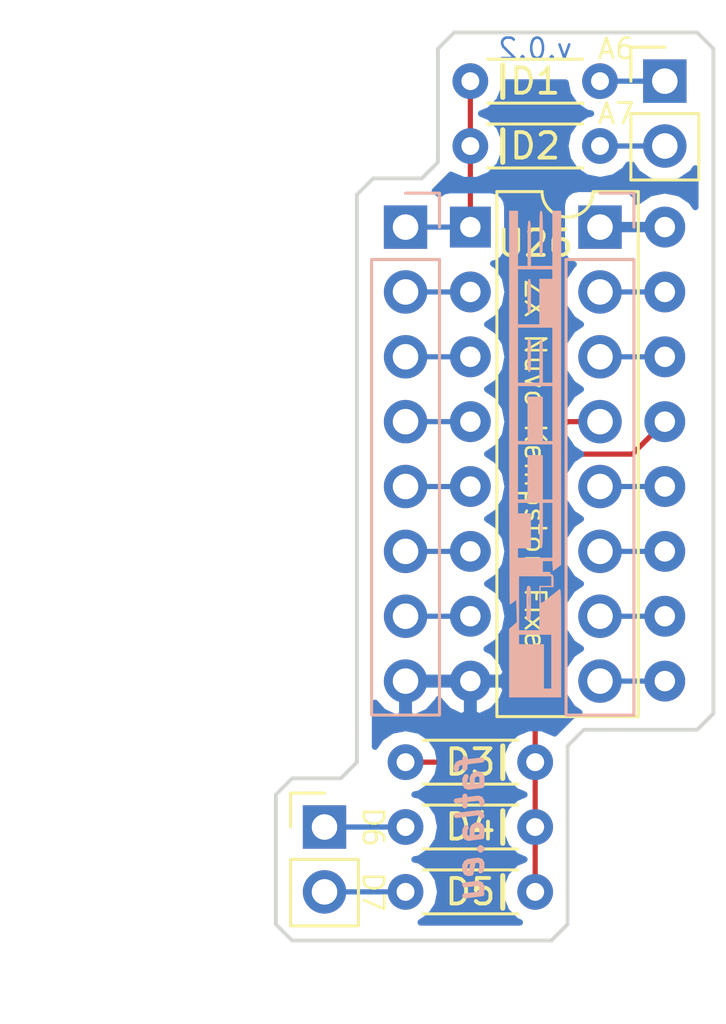
<source format=kicad_pcb>
(kicad_pcb (version 4) (host pcbnew 4.0.6)

  (general
    (links 25)
    (no_connects 0)
    (area 116.939287 79.886799 144.736534 120.810001)
    (thickness 1.6)
    (drawings 36)
    (tracks 35)
    (zones 0)
    (modules 11)
    (nets 22)
  )

  (page A4)
  (title_block
    (title "ZX Nuvo Kempston Fixer")
    (date 2017-06-14)
    (rev 0.2)
    (company fatla.eu)
    (comment 4 "Add-on board for Kepmston decoging fix")
  )

  (layers
    (0 F.Cu signal)
    (31 B.Cu signal)
    (32 B.Adhes user)
    (33 F.Adhes user)
    (34 B.Paste user)
    (35 F.Paste user)
    (36 B.SilkS user)
    (37 F.SilkS user)
    (38 B.Mask user)
    (39 F.Mask user)
    (40 Dwgs.User user)
    (41 Cmts.User user)
    (42 Eco1.User user)
    (43 Eco2.User user)
    (44 Edge.Cuts user)
    (45 Margin user)
    (46 B.CrtYd user)
    (47 F.CrtYd user)
    (48 B.Fab user)
    (49 F.Fab user)
  )

  (setup
    (last_trace_width 0.2032)
    (trace_clearance 0.2032)
    (zone_clearance 0.508)
    (zone_45_only no)
    (trace_min 0.2032)
    (segment_width 0.2)
    (edge_width 0.15)
    (via_size 0.6096)
    (via_drill 0.4064)
    (via_min_size 0.4064)
    (via_min_drill 0.3048)
    (uvia_size 0.3)
    (uvia_drill 0.1)
    (uvias_allowed no)
    (uvia_min_size 0.2)
    (uvia_min_drill 0.1)
    (pcb_text_width 0.3)
    (pcb_text_size 1.5 1.5)
    (mod_edge_width 0.15)
    (mod_text_size 1 1)
    (mod_text_width 0.15)
    (pad_size 1.524 1.524)
    (pad_drill 0.762)
    (pad_to_mask_clearance 0.2)
    (aux_axis_origin 0 0)
    (visible_elements FFFFFF7F)
    (pcbplotparams
      (layerselection 0x010f0_80000001)
      (usegerberextensions false)
      (excludeedgelayer true)
      (linewidth 0.100000)
      (plotframeref false)
      (viasonmask false)
      (mode 1)
      (useauxorigin false)
      (hpglpennumber 1)
      (hpglpenspeed 20)
      (hpglpendiameter 15)
      (hpglpenoverlay 2)
      (psnegative false)
      (psa4output false)
      (plotreference true)
      (plotvalue true)
      (plotinvisibletext false)
      (padsonsilk false)
      (subtractmaskfromsilk false)
      (outputformat 1)
      (mirror false)
      (drillshape 0)
      (scaleselection 1)
      (outputdirectory ""))
  )

  (net 0 "")
  (net 1 /A5RD)
  (net 2 /A6)
  (net 3 /A7)
  (net 4 "Net-(D3-Pad1)")
  (net 5 /D5)
  (net 6 /D6)
  (net 7 /D7)
  (net 8 /S0)
  (net 9 /D0)
  (net 10 /S1)
  (net 11 /D1)
  (net 12 /S2)
  (net 13 /D2)
  (net 14 GND)
  (net 15 VCC)
  (net 16 /~IORQ~)
  (net 17 /S4)
  (net 18 /D4)
  (net 19 /S3)
  (net 20 /D3)
  (net 21 /V)

  (net_class Default "This is the default net class."
    (clearance 0.2032)
    (trace_width 0.2032)
    (via_dia 0.6096)
    (via_drill 0.4064)
    (uvia_dia 0.3)
    (uvia_drill 0.1)
    (add_net /A5RD)
    (add_net /A6)
    (add_net /A7)
    (add_net /D0)
    (add_net /D1)
    (add_net /D2)
    (add_net /D3)
    (add_net /D4)
    (add_net /D5)
    (add_net /D6)
    (add_net /D7)
    (add_net /S0)
    (add_net /S1)
    (add_net /S2)
    (add_net /S3)
    (add_net /S4)
    (add_net /V)
    (add_net /~IORQ~)
    (add_net "Net-(D3-Pad1)")
  )

  (net_class PWR ""
    (clearance 0.2032)
    (trace_width 0.4064)
    (via_dia 0.6096)
    (via_drill 0.4064)
    (uvia_dia 0.3)
    (uvia_drill 0.1)
    (add_net GND)
    (add_net VCC)
  )

  (module Housings_DIP:DIP-16_W7.62mm (layer F.Cu) (tedit 5940DDF8) (tstamp 59405E10)
    (at 134.62 87.63)
    (descr "16-lead dip package, row spacing 7.62 mm (300 mils)")
    (tags "DIL DIP PDIP 2.54mm 7.62mm 300mil")
    (path /5940572C)
    (fp_text reference U26 (at 2.54 0.635) (layer F.SilkS)
      (effects (font (size 1 1) (thickness 0.15)))
    )
    (fp_text value 74HC366 (at 3.81 20.17) (layer F.Fab)
      (effects (font (size 1 1) (thickness 0.15)))
    )
    (fp_text user %R (at 3.81 8.89) (layer F.Fab)
      (effects (font (size 1 1) (thickness 0.15)))
    )
    (fp_line (start 1.635 -1.27) (end 6.985 -1.27) (layer F.Fab) (width 0.1))
    (fp_line (start 6.985 -1.27) (end 6.985 19.05) (layer F.Fab) (width 0.1))
    (fp_line (start 6.985 19.05) (end 0.635 19.05) (layer F.Fab) (width 0.1))
    (fp_line (start 0.635 19.05) (end 0.635 -0.27) (layer F.Fab) (width 0.1))
    (fp_line (start 0.635 -0.27) (end 1.635 -1.27) (layer F.Fab) (width 0.1))
    (fp_line (start 2.81 -1.39) (end 1.04 -1.39) (layer F.SilkS) (width 0.12))
    (fp_line (start 1.04 -1.39) (end 1.04 19.17) (layer F.SilkS) (width 0.12))
    (fp_line (start 1.04 19.17) (end 6.58 19.17) (layer F.SilkS) (width 0.12))
    (fp_line (start 6.58 19.17) (end 6.58 -1.39) (layer F.SilkS) (width 0.12))
    (fp_line (start 6.58 -1.39) (end 4.81 -1.39) (layer F.SilkS) (width 0.12))
    (fp_line (start -1.1 -1.6) (end -1.1 19.3) (layer F.CrtYd) (width 0.05))
    (fp_line (start -1.1 19.3) (end 8.7 19.3) (layer F.CrtYd) (width 0.05))
    (fp_line (start 8.7 19.3) (end 8.7 -1.6) (layer F.CrtYd) (width 0.05))
    (fp_line (start 8.7 -1.6) (end -1.1 -1.6) (layer F.CrtYd) (width 0.05))
    (fp_arc (start 3.81 -1.39) (end 2.81 -1.39) (angle -180) (layer F.SilkS) (width 0.12))
    (pad 1 thru_hole rect (at 0 0) (size 1.6 1.6) (drill 0.8) (layers *.Cu *.Mask)
      (net 1 /A5RD))
    (pad 9 thru_hole oval (at 7.62 17.78) (size 1.6 1.6) (drill 0.8) (layers *.Cu *.Mask)
      (net 20 /D3))
    (pad 2 thru_hole oval (at 0 2.54) (size 1.6 1.6) (drill 0.8) (layers *.Cu *.Mask)
      (net 8 /S0))
    (pad 10 thru_hole oval (at 7.62 15.24) (size 1.6 1.6) (drill 0.8) (layers *.Cu *.Mask)
      (net 19 /S3))
    (pad 3 thru_hole oval (at 0 5.08) (size 1.6 1.6) (drill 0.8) (layers *.Cu *.Mask)
      (net 9 /D0))
    (pad 11 thru_hole oval (at 7.62 12.7) (size 1.6 1.6) (drill 0.8) (layers *.Cu *.Mask)
      (net 18 /D4))
    (pad 4 thru_hole oval (at 0 7.62) (size 1.6 1.6) (drill 0.8) (layers *.Cu *.Mask)
      (net 10 /S1))
    (pad 12 thru_hole oval (at 7.62 10.16) (size 1.6 1.6) (drill 0.8) (layers *.Cu *.Mask)
      (net 17 /S4))
    (pad 5 thru_hole oval (at 0 10.16) (size 1.6 1.6) (drill 0.8) (layers *.Cu *.Mask)
      (net 11 /D1))
    (pad 13 thru_hole oval (at 7.62 7.62) (size 1.6 1.6) (drill 0.8) (layers *.Cu *.Mask)
      (net 4 "Net-(D3-Pad1)"))
    (pad 6 thru_hole oval (at 0 12.7) (size 1.6 1.6) (drill 0.8) (layers *.Cu *.Mask)
      (net 12 /S2))
    (pad 14 thru_hole oval (at 7.62 5.08) (size 1.6 1.6) (drill 0.8) (layers *.Cu *.Mask)
      (net 21 /V))
    (pad 7 thru_hole oval (at 0 15.24) (size 1.6 1.6) (drill 0.8) (layers *.Cu *.Mask)
      (net 13 /D2))
    (pad 15 thru_hole oval (at 7.62 2.54) (size 1.6 1.6) (drill 0.8) (layers *.Cu *.Mask)
      (net 16 /~IORQ~))
    (pad 8 thru_hole oval (at 0 17.78) (size 1.6 1.6) (drill 0.8) (layers *.Cu *.Mask)
      (net 14 GND))
    (pad 16 thru_hole oval (at 7.62 0) (size 1.6 1.6) (drill 0.8) (layers *.Cu *.Mask)
      (net 15 VCC))
    (model Housings_DIP.3dshapes/DIP-16_W7.62mm.wrl
      (at (xyz 0 0 0))
      (scale (xyz 1 1 1))
      (rotate (xyz 0 0 0))
    )
  )

  (module Pin_Headers:Pin_Header_Straight_1x08_Pitch2.54mm (layer B.Cu) (tedit 5940E842) (tstamp 59405DE4)
    (at 132.08 87.63 180)
    (descr "Through hole straight pin header, 1x08, 2.54mm pitch, single row")
    (tags "Through hole pin header THT 1x08 2.54mm single row")
    (path /594059F9)
    (fp_text reference J1 (at 0 2.33 180) (layer B.SilkS) hide
      (effects (font (size 1 1) (thickness 0.15)) (justify mirror))
    )
    (fp_text value CONN_01X08 (at 0 -20.11 180) (layer B.Fab)
      (effects (font (size 1 1) (thickness 0.15)) (justify mirror))
    )
    (fp_line (start -1.27 1.27) (end -1.27 -19.05) (layer B.Fab) (width 0.1))
    (fp_line (start -1.27 -19.05) (end 1.27 -19.05) (layer B.Fab) (width 0.1))
    (fp_line (start 1.27 -19.05) (end 1.27 1.27) (layer B.Fab) (width 0.1))
    (fp_line (start 1.27 1.27) (end -1.27 1.27) (layer B.Fab) (width 0.1))
    (fp_line (start -1.33 -1.27) (end -1.33 -19.11) (layer B.SilkS) (width 0.12))
    (fp_line (start -1.33 -19.11) (end 1.33 -19.11) (layer B.SilkS) (width 0.12))
    (fp_line (start 1.33 -19.11) (end 1.33 -1.27) (layer B.SilkS) (width 0.12))
    (fp_line (start 1.33 -1.27) (end -1.33 -1.27) (layer B.SilkS) (width 0.12))
    (fp_line (start -1.33 0) (end -1.33 1.33) (layer B.SilkS) (width 0.12))
    (fp_line (start -1.33 1.33) (end 0 1.33) (layer B.SilkS) (width 0.12))
    (fp_line (start -1.8 1.8) (end -1.8 -19.55) (layer B.CrtYd) (width 0.05))
    (fp_line (start -1.8 -19.55) (end 1.8 -19.55) (layer B.CrtYd) (width 0.05))
    (fp_line (start 1.8 -19.55) (end 1.8 1.8) (layer B.CrtYd) (width 0.05))
    (fp_line (start 1.8 1.8) (end -1.8 1.8) (layer B.CrtYd) (width 0.05))
    (fp_text user %R (at 0 2.33 180) (layer B.Fab)
      (effects (font (size 1 1) (thickness 0.15)) (justify mirror))
    )
    (pad 1 thru_hole rect (at 0 0 180) (size 1.7 1.7) (drill 1) (layers *.Cu *.Mask)
      (net 1 /A5RD))
    (pad 2 thru_hole oval (at 0 -2.54 180) (size 1.7 1.7) (drill 1) (layers *.Cu *.Mask)
      (net 8 /S0))
    (pad 3 thru_hole oval (at 0 -5.08 180) (size 1.7 1.7) (drill 1) (layers *.Cu *.Mask)
      (net 9 /D0))
    (pad 4 thru_hole oval (at 0 -7.62 180) (size 1.7 1.7) (drill 1) (layers *.Cu *.Mask)
      (net 10 /S1))
    (pad 5 thru_hole oval (at 0 -10.16 180) (size 1.7 1.7) (drill 1) (layers *.Cu *.Mask)
      (net 11 /D1))
    (pad 6 thru_hole oval (at 0 -12.7 180) (size 1.7 1.7) (drill 1) (layers *.Cu *.Mask)
      (net 12 /S2))
    (pad 7 thru_hole oval (at 0 -15.24 180) (size 1.7 1.7) (drill 1) (layers *.Cu *.Mask)
      (net 13 /D2))
    (pad 8 thru_hole oval (at 0 -17.78 180) (size 1.7 1.7) (drill 1) (layers *.Cu *.Mask)
      (net 14 GND))
    (model ${KISYS3DMOD}/Pin_Headers.3dshapes/Pin_Header_Straight_1x08_Pitch2.54mm.wrl
      (at (xyz 0 -0.35 0))
      (scale (xyz 1 1 1))
      (rotate (xyz 0 0 90))
    )
  )

  (module Pin_Headers:Pin_Header_Straight_1x08_Pitch2.54mm (layer B.Cu) (tedit 5940E849) (tstamp 59405DF0)
    (at 139.7 87.63 180)
    (descr "Through hole straight pin header, 1x08, 2.54mm pitch, single row")
    (tags "Through hole pin header THT 1x08 2.54mm single row")
    (path /59405A3D)
    (fp_text reference J2 (at 0 2.33 180) (layer B.SilkS) hide
      (effects (font (size 1 1) (thickness 0.15)) (justify mirror))
    )
    (fp_text value CONN_01X08 (at 0 -20.11 180) (layer B.Fab)
      (effects (font (size 1 1) (thickness 0.15)) (justify mirror))
    )
    (fp_line (start -1.27 1.27) (end -1.27 -19.05) (layer B.Fab) (width 0.1))
    (fp_line (start -1.27 -19.05) (end 1.27 -19.05) (layer B.Fab) (width 0.1))
    (fp_line (start 1.27 -19.05) (end 1.27 1.27) (layer B.Fab) (width 0.1))
    (fp_line (start 1.27 1.27) (end -1.27 1.27) (layer B.Fab) (width 0.1))
    (fp_line (start -1.33 -1.27) (end -1.33 -19.11) (layer B.SilkS) (width 0.12))
    (fp_line (start -1.33 -19.11) (end 1.33 -19.11) (layer B.SilkS) (width 0.12))
    (fp_line (start 1.33 -19.11) (end 1.33 -1.27) (layer B.SilkS) (width 0.12))
    (fp_line (start 1.33 -1.27) (end -1.33 -1.27) (layer B.SilkS) (width 0.12))
    (fp_line (start -1.33 0) (end -1.33 1.33) (layer B.SilkS) (width 0.12))
    (fp_line (start -1.33 1.33) (end 0 1.33) (layer B.SilkS) (width 0.12))
    (fp_line (start -1.8 1.8) (end -1.8 -19.55) (layer B.CrtYd) (width 0.05))
    (fp_line (start -1.8 -19.55) (end 1.8 -19.55) (layer B.CrtYd) (width 0.05))
    (fp_line (start 1.8 -19.55) (end 1.8 1.8) (layer B.CrtYd) (width 0.05))
    (fp_line (start 1.8 1.8) (end -1.8 1.8) (layer B.CrtYd) (width 0.05))
    (fp_text user %R (at 0 2.33 180) (layer B.Fab)
      (effects (font (size 1 1) (thickness 0.15)) (justify mirror))
    )
    (pad 1 thru_hole rect (at 0 0 180) (size 1.7 1.7) (drill 1) (layers *.Cu *.Mask)
      (net 15 VCC))
    (pad 2 thru_hole oval (at 0 -2.54 180) (size 1.7 1.7) (drill 1) (layers *.Cu *.Mask)
      (net 16 /~IORQ~))
    (pad 3 thru_hole oval (at 0 -5.08 180) (size 1.7 1.7) (drill 1) (layers *.Cu *.Mask)
      (net 21 /V))
    (pad 4 thru_hole oval (at 0 -7.62 180) (size 1.7 1.7) (drill 1) (layers *.Cu *.Mask)
      (net 5 /D5))
    (pad 5 thru_hole oval (at 0 -10.16 180) (size 1.7 1.7) (drill 1) (layers *.Cu *.Mask)
      (net 17 /S4))
    (pad 6 thru_hole oval (at 0 -12.7 180) (size 1.7 1.7) (drill 1) (layers *.Cu *.Mask)
      (net 18 /D4))
    (pad 7 thru_hole oval (at 0 -15.24 180) (size 1.7 1.7) (drill 1) (layers *.Cu *.Mask)
      (net 19 /S3))
    (pad 8 thru_hole oval (at 0 -17.78 180) (size 1.7 1.7) (drill 1) (layers *.Cu *.Mask)
      (net 20 /D3))
    (model ${KISYS3DMOD}/Pin_Headers.3dshapes/Pin_Header_Straight_1x08_Pitch2.54mm.wrl
      (at (xyz 0 -0.35 0))
      (scale (xyz 1 1 1))
      (rotate (xyz 0 0 90))
    )
  )

  (module Pin_Headers:Pin_Header_Straight_1x02_Pitch2.54mm (layer F.Cu) (tedit 5940DE0D) (tstamp 59405DF6)
    (at 142.24 81.915)
    (descr "Through hole straight pin header, 1x02, 2.54mm pitch, single row")
    (tags "Through hole pin header THT 1x02 2.54mm single row")
    (path /594063C0)
    (fp_text reference J3 (at 0 4.445) (layer F.SilkS) hide
      (effects (font (size 1 1) (thickness 0.15)))
    )
    (fp_text value A_IN (at 0 4.87) (layer F.Fab)
      (effects (font (size 1 1) (thickness 0.15)))
    )
    (fp_line (start -1.27 -1.27) (end -1.27 3.81) (layer F.Fab) (width 0.1))
    (fp_line (start -1.27 3.81) (end 1.27 3.81) (layer F.Fab) (width 0.1))
    (fp_line (start 1.27 3.81) (end 1.27 -1.27) (layer F.Fab) (width 0.1))
    (fp_line (start 1.27 -1.27) (end -1.27 -1.27) (layer F.Fab) (width 0.1))
    (fp_line (start -1.33 1.27) (end -1.33 3.87) (layer F.SilkS) (width 0.12))
    (fp_line (start -1.33 3.87) (end 1.33 3.87) (layer F.SilkS) (width 0.12))
    (fp_line (start 1.33 3.87) (end 1.33 1.27) (layer F.SilkS) (width 0.12))
    (fp_line (start 1.33 1.27) (end -1.33 1.27) (layer F.SilkS) (width 0.12))
    (fp_line (start -1.33 0) (end -1.33 -1.33) (layer F.SilkS) (width 0.12))
    (fp_line (start -1.33 -1.33) (end 0 -1.33) (layer F.SilkS) (width 0.12))
    (fp_line (start -1.8 -1.8) (end -1.8 4.35) (layer F.CrtYd) (width 0.05))
    (fp_line (start -1.8 4.35) (end 1.8 4.35) (layer F.CrtYd) (width 0.05))
    (fp_line (start 1.8 4.35) (end 1.8 -1.8) (layer F.CrtYd) (width 0.05))
    (fp_line (start 1.8 -1.8) (end -1.8 -1.8) (layer F.CrtYd) (width 0.05))
    (fp_text user %R (at 0 -2.33) (layer F.Fab)
      (effects (font (size 1 1) (thickness 0.15)))
    )
    (pad 1 thru_hole rect (at 0 0) (size 1.7 1.7) (drill 1) (layers *.Cu *.Mask)
      (net 2 /A6))
    (pad 2 thru_hole oval (at 0 2.54) (size 1.7 1.7) (drill 1) (layers *.Cu *.Mask)
      (net 3 /A7))
    (model ${KISYS3DMOD}/Pin_Headers.3dshapes/Pin_Header_Straight_1x02_Pitch2.54mm.wrl
      (at (xyz 0 -0.05 0))
      (scale (xyz 1 1 1))
      (rotate (xyz 0 0 90))
    )
  )

  (module Pin_Headers:Pin_Header_Straight_1x02_Pitch2.54mm (layer F.Cu) (tedit 5940DE16) (tstamp 59405DFC)
    (at 128.905 111.125)
    (descr "Through hole straight pin header, 1x02, 2.54mm pitch, single row")
    (tags "Through hole pin header THT 1x02 2.54mm single row")
    (path /59406410)
    (fp_text reference J4 (at 0 -2.33) (layer F.SilkS) hide
      (effects (font (size 1 1) (thickness 0.15)))
    )
    (fp_text value D_OUT (at 0 4.87) (layer F.Fab)
      (effects (font (size 1 1) (thickness 0.15)))
    )
    (fp_line (start -1.27 -1.27) (end -1.27 3.81) (layer F.Fab) (width 0.1))
    (fp_line (start -1.27 3.81) (end 1.27 3.81) (layer F.Fab) (width 0.1))
    (fp_line (start 1.27 3.81) (end 1.27 -1.27) (layer F.Fab) (width 0.1))
    (fp_line (start 1.27 -1.27) (end -1.27 -1.27) (layer F.Fab) (width 0.1))
    (fp_line (start -1.33 1.27) (end -1.33 3.87) (layer F.SilkS) (width 0.12))
    (fp_line (start -1.33 3.87) (end 1.33 3.87) (layer F.SilkS) (width 0.12))
    (fp_line (start 1.33 3.87) (end 1.33 1.27) (layer F.SilkS) (width 0.12))
    (fp_line (start 1.33 1.27) (end -1.33 1.27) (layer F.SilkS) (width 0.12))
    (fp_line (start -1.33 0) (end -1.33 -1.33) (layer F.SilkS) (width 0.12))
    (fp_line (start -1.33 -1.33) (end 0 -1.33) (layer F.SilkS) (width 0.12))
    (fp_line (start -1.8 -1.8) (end -1.8 4.35) (layer F.CrtYd) (width 0.05))
    (fp_line (start -1.8 4.35) (end 1.8 4.35) (layer F.CrtYd) (width 0.05))
    (fp_line (start 1.8 4.35) (end 1.8 -1.8) (layer F.CrtYd) (width 0.05))
    (fp_line (start 1.8 -1.8) (end -1.8 -1.8) (layer F.CrtYd) (width 0.05))
    (fp_text user %R (at 0 -2.33) (layer F.Fab)
      (effects (font (size 1 1) (thickness 0.15)))
    )
    (pad 1 thru_hole rect (at 0 0) (size 1.7 1.7) (drill 1) (layers *.Cu *.Mask)
      (net 6 /D6))
    (pad 2 thru_hole oval (at 0 2.54) (size 1.7 1.7) (drill 1) (layers *.Cu *.Mask)
      (net 7 /D7))
    (model ${KISYS3DMOD}/Pin_Headers.3dshapes/Pin_Header_Straight_1x02_Pitch2.54mm.wrl
      (at (xyz 0 -0.05 0))
      (scale (xyz 1 1 1))
      (rotate (xyz 0 0 90))
    )
  )

  (module Resistors_THT:R_Axial_DIN0204_L3.6mm_D1.6mm_P5.08mm_Horizontal (layer F.Cu) (tedit 5940DCC4) (tstamp 597BB9B1)
    (at 134.62 81.915)
    (descr "Resistor, Axial_DIN0204 series, Axial, Horizontal, pin pitch=5.08mm, 0.16666666666666666W = 1/6W, length*diameter=3.6*1.6mm^2, http://cdn-reichelt.de/documents/datenblatt/B400/1_4W%23YAG.pdf")
    (tags "Resistor Axial_DIN0204 series Axial Horizontal pin pitch 5.08mm 0.16666666666666666W = 1/6W length 3.6mm diameter 1.6mm")
    (path /594057DC)
    (fp_text reference D1 (at 2.54 0) (layer F.SilkS)
      (effects (font (size 1 1) (thickness 0.15)))
    )
    (fp_text value 1N4148 (at 2.54 1.86) (layer F.Fab)
      (effects (font (size 1 1) (thickness 0.15)))
    )
    (fp_line (start 0.74 -0.8) (end 0.74 0.8) (layer F.Fab) (width 0.1))
    (fp_line (start 0.74 0.8) (end 4.34 0.8) (layer F.Fab) (width 0.1))
    (fp_line (start 4.34 0.8) (end 4.34 -0.8) (layer F.Fab) (width 0.1))
    (fp_line (start 4.34 -0.8) (end 0.74 -0.8) (layer F.Fab) (width 0.1))
    (fp_line (start 0 0) (end 0.74 0) (layer F.Fab) (width 0.1))
    (fp_line (start 5.08 0) (end 4.34 0) (layer F.Fab) (width 0.1))
    (fp_line (start 0.68 -0.86) (end 4.4 -0.86) (layer F.SilkS) (width 0.12))
    (fp_line (start 0.68 0.86) (end 4.4 0.86) (layer F.SilkS) (width 0.12))
    (fp_line (start -0.95 -1.15) (end -0.95 1.15) (layer F.CrtYd) (width 0.05))
    (fp_line (start -0.95 1.15) (end 6.05 1.15) (layer F.CrtYd) (width 0.05))
    (fp_line (start 6.05 1.15) (end 6.05 -1.15) (layer F.CrtYd) (width 0.05))
    (fp_line (start 6.05 -1.15) (end -0.95 -1.15) (layer F.CrtYd) (width 0.05))
    (pad 1 thru_hole circle (at 0 0) (size 1.4 1.4) (drill 0.7) (layers *.Cu *.Mask)
      (net 1 /A5RD))
    (pad 2 thru_hole oval (at 5.08 0) (size 1.4 1.4) (drill 0.7) (layers *.Cu *.Mask)
      (net 2 /A6))
    (model Resistors_THT.3dshapes/R_Axial_DIN0204_L3.6mm_D1.6mm_P5.08mm_Horizontal.wrl
      (at (xyz 0 0 0))
      (scale (xyz 0.393701 0.393701 0.393701))
      (rotate (xyz 0 0 0))
    )
  )

  (module Resistors_THT:R_Axial_DIN0204_L3.6mm_D1.6mm_P5.08mm_Horizontal (layer F.Cu) (tedit 5940DCC1) (tstamp 597BB9C3)
    (at 134.62 84.455)
    (descr "Resistor, Axial_DIN0204 series, Axial, Horizontal, pin pitch=5.08mm, 0.16666666666666666W = 1/6W, length*diameter=3.6*1.6mm^2, http://cdn-reichelt.de/documents/datenblatt/B400/1_4W%23YAG.pdf")
    (tags "Resistor Axial_DIN0204 series Axial Horizontal pin pitch 5.08mm 0.16666666666666666W = 1/6W length 3.6mm diameter 1.6mm")
    (path /594057B3)
    (fp_text reference D2 (at 2.54 0) (layer F.SilkS)
      (effects (font (size 1 1) (thickness 0.15)))
    )
    (fp_text value 1N4148 (at 2.54 1.86) (layer F.Fab)
      (effects (font (size 1 1) (thickness 0.15)))
    )
    (fp_line (start 0.74 -0.8) (end 0.74 0.8) (layer F.Fab) (width 0.1))
    (fp_line (start 0.74 0.8) (end 4.34 0.8) (layer F.Fab) (width 0.1))
    (fp_line (start 4.34 0.8) (end 4.34 -0.8) (layer F.Fab) (width 0.1))
    (fp_line (start 4.34 -0.8) (end 0.74 -0.8) (layer F.Fab) (width 0.1))
    (fp_line (start 0 0) (end 0.74 0) (layer F.Fab) (width 0.1))
    (fp_line (start 5.08 0) (end 4.34 0) (layer F.Fab) (width 0.1))
    (fp_line (start 0.68 -0.86) (end 4.4 -0.86) (layer F.SilkS) (width 0.12))
    (fp_line (start 0.68 0.86) (end 4.4 0.86) (layer F.SilkS) (width 0.12))
    (fp_line (start -0.95 -1.15) (end -0.95 1.15) (layer F.CrtYd) (width 0.05))
    (fp_line (start -0.95 1.15) (end 6.05 1.15) (layer F.CrtYd) (width 0.05))
    (fp_line (start 6.05 1.15) (end 6.05 -1.15) (layer F.CrtYd) (width 0.05))
    (fp_line (start 6.05 -1.15) (end -0.95 -1.15) (layer F.CrtYd) (width 0.05))
    (pad 1 thru_hole circle (at 0 0) (size 1.4 1.4) (drill 0.7) (layers *.Cu *.Mask)
      (net 1 /A5RD))
    (pad 2 thru_hole oval (at 5.08 0) (size 1.4 1.4) (drill 0.7) (layers *.Cu *.Mask)
      (net 3 /A7))
    (model Resistors_THT.3dshapes/R_Axial_DIN0204_L3.6mm_D1.6mm_P5.08mm_Horizontal.wrl
      (at (xyz 0 0 0))
      (scale (xyz 0.393701 0.393701 0.393701))
      (rotate (xyz 0 0 0))
    )
  )

  (module Resistors_THT:R_Axial_DIN0204_L3.6mm_D1.6mm_P5.08mm_Horizontal (layer F.Cu) (tedit 5940DCB8) (tstamp 597BB9D5)
    (at 137.16 108.585 180)
    (descr "Resistor, Axial_DIN0204 series, Axial, Horizontal, pin pitch=5.08mm, 0.16666666666666666W = 1/6W, length*diameter=3.6*1.6mm^2, http://cdn-reichelt.de/documents/datenblatt/B400/1_4W%23YAG.pdf")
    (tags "Resistor Axial_DIN0204 series Axial Horizontal pin pitch 5.08mm 0.16666666666666666W = 1/6W length 3.6mm diameter 1.6mm")
    (path /5940575D)
    (fp_text reference D3 (at 2.54 0 180) (layer F.SilkS)
      (effects (font (size 1 1) (thickness 0.15)))
    )
    (fp_text value 1N4148 (at 2.54 1.86 180) (layer F.Fab)
      (effects (font (size 1 1) (thickness 0.15)))
    )
    (fp_line (start 0.74 -0.8) (end 0.74 0.8) (layer F.Fab) (width 0.1))
    (fp_line (start 0.74 0.8) (end 4.34 0.8) (layer F.Fab) (width 0.1))
    (fp_line (start 4.34 0.8) (end 4.34 -0.8) (layer F.Fab) (width 0.1))
    (fp_line (start 4.34 -0.8) (end 0.74 -0.8) (layer F.Fab) (width 0.1))
    (fp_line (start 0 0) (end 0.74 0) (layer F.Fab) (width 0.1))
    (fp_line (start 5.08 0) (end 4.34 0) (layer F.Fab) (width 0.1))
    (fp_line (start 0.68 -0.86) (end 4.4 -0.86) (layer F.SilkS) (width 0.12))
    (fp_line (start 0.68 0.86) (end 4.4 0.86) (layer F.SilkS) (width 0.12))
    (fp_line (start -0.95 -1.15) (end -0.95 1.15) (layer F.CrtYd) (width 0.05))
    (fp_line (start -0.95 1.15) (end 6.05 1.15) (layer F.CrtYd) (width 0.05))
    (fp_line (start 6.05 1.15) (end 6.05 -1.15) (layer F.CrtYd) (width 0.05))
    (fp_line (start 6.05 -1.15) (end -0.95 -1.15) (layer F.CrtYd) (width 0.05))
    (pad 1 thru_hole circle (at 0 0 180) (size 1.4 1.4) (drill 0.7) (layers *.Cu *.Mask)
      (net 4 "Net-(D3-Pad1)"))
    (pad 2 thru_hole oval (at 5.08 0 180) (size 1.4 1.4) (drill 0.7) (layers *.Cu *.Mask)
      (net 5 /D5))
    (model Resistors_THT.3dshapes/R_Axial_DIN0204_L3.6mm_D1.6mm_P5.08mm_Horizontal.wrl
      (at (xyz 0 0 0))
      (scale (xyz 0.393701 0.393701 0.393701))
      (rotate (xyz 0 0 0))
    )
  )

  (module Resistors_THT:R_Axial_DIN0204_L3.6mm_D1.6mm_P5.08mm_Horizontal (layer F.Cu) (tedit 5940DCB4) (tstamp 597BB9E7)
    (at 137.16 111.125 180)
    (descr "Resistor, Axial_DIN0204 series, Axial, Horizontal, pin pitch=5.08mm, 0.16666666666666666W = 1/6W, length*diameter=3.6*1.6mm^2, http://cdn-reichelt.de/documents/datenblatt/B400/1_4W%23YAG.pdf")
    (tags "Resistor Axial_DIN0204 series Axial Horizontal pin pitch 5.08mm 0.16666666666666666W = 1/6W length 3.6mm diameter 1.6mm")
    (path /5940586D)
    (fp_text reference D4 (at 2.54 0 180) (layer F.SilkS)
      (effects (font (size 1 1) (thickness 0.15)))
    )
    (fp_text value 1N4148 (at 2.54 1.86 180) (layer F.Fab)
      (effects (font (size 1 1) (thickness 0.15)))
    )
    (fp_line (start 0.74 -0.8) (end 0.74 0.8) (layer F.Fab) (width 0.1))
    (fp_line (start 0.74 0.8) (end 4.34 0.8) (layer F.Fab) (width 0.1))
    (fp_line (start 4.34 0.8) (end 4.34 -0.8) (layer F.Fab) (width 0.1))
    (fp_line (start 4.34 -0.8) (end 0.74 -0.8) (layer F.Fab) (width 0.1))
    (fp_line (start 0 0) (end 0.74 0) (layer F.Fab) (width 0.1))
    (fp_line (start 5.08 0) (end 4.34 0) (layer F.Fab) (width 0.1))
    (fp_line (start 0.68 -0.86) (end 4.4 -0.86) (layer F.SilkS) (width 0.12))
    (fp_line (start 0.68 0.86) (end 4.4 0.86) (layer F.SilkS) (width 0.12))
    (fp_line (start -0.95 -1.15) (end -0.95 1.15) (layer F.CrtYd) (width 0.05))
    (fp_line (start -0.95 1.15) (end 6.05 1.15) (layer F.CrtYd) (width 0.05))
    (fp_line (start 6.05 1.15) (end 6.05 -1.15) (layer F.CrtYd) (width 0.05))
    (fp_line (start 6.05 -1.15) (end -0.95 -1.15) (layer F.CrtYd) (width 0.05))
    (pad 1 thru_hole circle (at 0 0 180) (size 1.4 1.4) (drill 0.7) (layers *.Cu *.Mask)
      (net 4 "Net-(D3-Pad1)"))
    (pad 2 thru_hole oval (at 5.08 0 180) (size 1.4 1.4) (drill 0.7) (layers *.Cu *.Mask)
      (net 6 /D6))
    (model Resistors_THT.3dshapes/R_Axial_DIN0204_L3.6mm_D1.6mm_P5.08mm_Horizontal.wrl
      (at (xyz 0 0 0))
      (scale (xyz 0.393701 0.393701 0.393701))
      (rotate (xyz 0 0 0))
    )
  )

  (module Resistors_THT:R_Axial_DIN0204_L3.6mm_D1.6mm_P5.08mm_Horizontal (layer F.Cu) (tedit 5940DCB1) (tstamp 597BB9F9)
    (at 137.16 113.665 180)
    (descr "Resistor, Axial_DIN0204 series, Axial, Horizontal, pin pitch=5.08mm, 0.16666666666666666W = 1/6W, length*diameter=3.6*1.6mm^2, http://cdn-reichelt.de/documents/datenblatt/B400/1_4W%23YAG.pdf")
    (tags "Resistor Axial_DIN0204 series Axial Horizontal pin pitch 5.08mm 0.16666666666666666W = 1/6W length 3.6mm diameter 1.6mm")
    (path /5940584C)
    (fp_text reference D5 (at 2.54 0 180) (layer F.SilkS)
      (effects (font (size 1 1) (thickness 0.15)))
    )
    (fp_text value 1N4148 (at 2.54 1.86 180) (layer F.Fab)
      (effects (font (size 1 1) (thickness 0.15)))
    )
    (fp_line (start 0.74 -0.8) (end 0.74 0.8) (layer F.Fab) (width 0.1))
    (fp_line (start 0.74 0.8) (end 4.34 0.8) (layer F.Fab) (width 0.1))
    (fp_line (start 4.34 0.8) (end 4.34 -0.8) (layer F.Fab) (width 0.1))
    (fp_line (start 4.34 -0.8) (end 0.74 -0.8) (layer F.Fab) (width 0.1))
    (fp_line (start 0 0) (end 0.74 0) (layer F.Fab) (width 0.1))
    (fp_line (start 5.08 0) (end 4.34 0) (layer F.Fab) (width 0.1))
    (fp_line (start 0.68 -0.86) (end 4.4 -0.86) (layer F.SilkS) (width 0.12))
    (fp_line (start 0.68 0.86) (end 4.4 0.86) (layer F.SilkS) (width 0.12))
    (fp_line (start -0.95 -1.15) (end -0.95 1.15) (layer F.CrtYd) (width 0.05))
    (fp_line (start -0.95 1.15) (end 6.05 1.15) (layer F.CrtYd) (width 0.05))
    (fp_line (start 6.05 1.15) (end 6.05 -1.15) (layer F.CrtYd) (width 0.05))
    (fp_line (start 6.05 -1.15) (end -0.95 -1.15) (layer F.CrtYd) (width 0.05))
    (pad 1 thru_hole circle (at 0 0 180) (size 1.4 1.4) (drill 0.7) (layers *.Cu *.Mask)
      (net 4 "Net-(D3-Pad1)"))
    (pad 2 thru_hole oval (at 5.08 0 180) (size 1.4 1.4) (drill 0.7) (layers *.Cu *.Mask)
      (net 7 /D7))
    (model Resistors_THT.3dshapes/R_Axial_DIN0204_L3.6mm_D1.6mm_P5.08mm_Horizontal.wrl
      (at (xyz 0 0 0))
      (scale (xyz 0.393701 0.393701 0.393701))
      (rotate (xyz 0 0 0))
    )
  )

  (module "ZX Speccy:logo-speccypl" (layer B.Cu) (tedit 0) (tstamp 594962AA)
    (at 137.16 96.52 270)
    (fp_text reference G*** (at 0 0 270) (layer B.SilkS) hide
      (effects (font (thickness 0.3)) (justify mirror))
    )
    (fp_text value LOGO (at 0.75 0 270) (layer B.SilkS) hide
      (effects (font (thickness 0.3)) (justify mirror))
    )
    (fp_poly (pts (xy -1.019415 1.015865) (xy -0.241512 1.015468) (xy 0.509175 1.014822) (xy 1.228443 1.013942)
      (xy 1.912091 1.012841) (xy 2.55592 1.011533) (xy 3.155726 1.010032) (xy 3.70731 1.00835)
      (xy 4.206471 1.006503) (xy 4.649006 1.004503) (xy 5.030715 1.002364) (xy 5.347398 1.0001)
      (xy 5.594851 0.997725) (xy 5.768876 0.995251) (xy 5.86527 0.992694) (xy 5.884333 0.990928)
      (xy 5.860647 0.943843) (xy 5.802899 0.862564) (xy 5.795701 0.853344) (xy 5.707069 0.740834)
      (xy 6.582833 0.715068) (xy 6.714319 0.865534) (xy 6.845806 1.016) (xy 9.525 1.016)
      (xy 9.525 -1.016) (xy 7.380605 -1.016) (xy 6.899688 -1.01588) (xy 6.496817 -1.015364)
      (xy 6.165372 -1.014216) (xy 5.898733 -1.012201) (xy 5.690279 -1.009082) (xy 5.53339 -1.004625)
      (xy 5.421445 -0.998593) (xy 5.347825 -0.99075) (xy 5.30591 -0.980862) (xy 5.289078 -0.968692)
      (xy 5.290709 -0.954005) (xy 5.299449 -0.941916) (xy 5.385606 -0.837787) (xy 5.489854 -0.707182)
      (xy 5.599475 -0.566673) (xy 5.701748 -0.43283) (xy 5.783954 -0.322225) (xy 5.833372 -0.25143)
      (xy 5.842 -0.235093) (xy 5.80312 -0.223894) (xy 5.700277 -0.215611) (xy 5.554161 -0.211768)
      (xy 5.5245 -0.211666) (xy 5.207 -0.211666) (xy 5.207 -0.719666) (xy 4.970203 -0.719666)
      (xy 4.831695 -0.715394) (xy 4.755513 -0.697569) (xy 4.719533 -0.658679) (xy 4.71033 -0.631421)
      (xy 4.685244 -0.574702) (xy 4.653592 -0.596342) (xy 4.651441 -0.599671) (xy 4.628157 -0.603388)
      (xy 4.616246 -0.52779) (xy 4.614981 -0.47625) (xy 4.614333 -0.296333) (xy 4.191 -0.296333)
      (xy 4.191 -0.672694) (xy 4.384762 -0.685597) (xy 4.578525 -0.6985) (xy 4.458846 -0.855707)
      (xy 4.339166 -1.012914) (xy -9.525 -1.016) (xy -9.525 -0.677333) (xy -7.366 -0.677333)
      (xy -7.366 0.169334) (xy -8.255 0.169334) (xy -8.555113 0.170059) (xy -8.780664 0.172714)
      (xy -8.941747 0.178021) (xy -9.04846 0.186701) (xy -9.110896 0.199474) (xy -9.139152 0.217063)
      (xy -9.144 0.232834) (xy -9.133852 0.25427) (xy -9.096677 0.270381) (xy -9.022378 0.281887)
      (xy -8.900862 0.289509) (xy -8.722032 0.293969) (xy -8.475792 0.295987) (xy -8.255 0.296334)
      (xy -7.366 0.296334) (xy -7.366 0.677334) (xy -7.239 0.677334) (xy -7.239 -0.677333)
      (xy -6.858 -0.677333) (xy -6.858 -0.169333) (xy -5.08 -0.169333) (xy -5.08 0.677334)
      (xy -4.953 0.677334) (xy -4.953 -0.677333) (xy -2.794 -0.677333) (xy -2.794 -0.296333)
      (xy -3.661834 -0.296333) (xy -3.957945 -0.295584) (xy -4.179608 -0.29284) (xy -4.337033 -0.287354)
      (xy -4.440428 -0.278378) (xy -4.500004 -0.265166) (xy -4.52597 -0.24697) (xy -4.529667 -0.232833)
      (xy -4.519435 -0.211166) (xy -4.481934 -0.194947) (xy -4.406953 -0.183428) (xy -4.284284 -0.175863)
      (xy -4.103717 -0.171503) (xy -3.855042 -0.169603) (xy -3.661834 -0.169333) (xy -2.794 -0.169333)
      (xy -2.794 0.677334) (xy -2.667 0.677334) (xy -2.667 -0.677333) (xy -0.508 -0.677333)
      (xy -0.508 -0.296333) (xy -2.243667 -0.296333) (xy -2.243667 0.296334) (xy -0.508 0.296334)
      (xy -0.508 0.677334) (xy -0.381 0.677334) (xy -0.381 -0.677333) (xy 1.778 -0.677333)
      (xy 1.778 -0.296333) (xy 0.042333 -0.296333) (xy 0.042333 0.296334) (xy 1.778 0.296334)
      (xy 1.778 0.677334) (xy 1.905 0.677334) (xy 1.905 -0.169333) (xy 2.794 -0.169333)
      (xy 3.094112 -0.170058) (xy 3.319663 -0.172713) (xy 3.480746 -0.17802) (xy 3.587459 -0.1867)
      (xy 3.649895 -0.199473) (xy 3.678151 -0.217062) (xy 3.683 -0.232833) (xy 3.672851 -0.254269)
      (xy 3.635676 -0.27038) (xy 3.561377 -0.281886) (xy 3.439861 -0.289508) (xy 3.261031 -0.293968)
      (xy 3.014791 -0.295986) (xy 2.794 -0.296333) (xy 1.905 -0.296333) (xy 1.905 -0.677333)
      (xy 4.064 -0.677333) (xy 4.064 0.635) (xy 4.783666 0.635) (xy 4.783666 -0.635)
      (xy 5.164666 -0.635) (xy 5.164666 -0.169333) (xy 6.900333 -0.169333) (xy 6.900333 0.635)
      (xy 7.069666 0.635) (xy 7.069666 -0.635) (xy 9.186333 -0.635) (xy 9.186333 -0.338666)
      (xy 7.450666 -0.338666) (xy 7.450666 0.635) (xy 7.069666 0.635) (xy 6.900333 0.635)
      (xy 4.783666 0.635) (xy 4.064 0.635) (xy 4.064 0.677334) (xy 3.683 0.677334)
      (xy 3.683 0.169334) (xy 2.328333 0.169334) (xy 2.328333 0.677334) (xy 1.905 0.677334)
      (xy 1.778 0.677334) (xy -0.381 0.677334) (xy -0.508 0.677334) (xy -2.667 0.677334)
      (xy -2.794 0.677334) (xy -4.953 0.677334) (xy -5.08 0.677334) (xy -7.239 0.677334)
      (xy -7.366 0.677334) (xy -9.525 0.677334) (xy -9.525 1.016) (xy -1.820334 1.016)
      (xy -1.019415 1.015865)) (layer B.SilkS) (width 0.01))
    (fp_poly (pts (xy -8.361056 -0.170081) (xy -8.139393 -0.172826) (xy -7.981968 -0.178312) (xy -7.878573 -0.187288)
      (xy -7.818997 -0.2005) (xy -7.793031 -0.218696) (xy -7.789334 -0.232833) (xy -7.799566 -0.254499)
      (xy -7.837067 -0.270719) (xy -7.912048 -0.282238) (xy -8.034717 -0.289803) (xy -8.215284 -0.294162)
      (xy -8.463959 -0.296062) (xy -8.657167 -0.296333) (xy -8.953278 -0.295584) (xy -9.174941 -0.29284)
      (xy -9.332366 -0.287354) (xy -9.435761 -0.278378) (xy -9.495337 -0.265166) (xy -9.521303 -0.24697)
      (xy -9.525 -0.232833) (xy -9.514769 -0.211166) (xy -9.477267 -0.194947) (xy -9.402287 -0.183428)
      (xy -9.279618 -0.175863) (xy -9.09905 -0.171503) (xy -8.850375 -0.169603) (xy -8.657167 -0.169333)
      (xy -8.361056 -0.170081)) (layer B.SilkS) (width 0.01))
    (fp_poly (pts (xy -5.922935 0.295282) (xy -5.738417 0.291413) (xy -5.615678 0.283653) (xy -5.543283 0.270932)
      (xy -5.509798 0.252177) (xy -5.503334 0.232834) (xy -5.514551 0.208671) (xy -5.555826 0.191373)
      (xy -5.638593 0.179866) (xy -5.774287 0.173079) (xy -5.974343 0.16994) (xy -6.180667 0.169334)
      (xy -6.438399 0.170385) (xy -6.622917 0.174255) (xy -6.745656 0.182014) (xy -6.818051 0.194736)
      (xy -6.851537 0.213491) (xy -6.858 0.232834) (xy -6.846783 0.256996) (xy -6.805509 0.274295)
      (xy -6.722742 0.285802) (xy -6.587047 0.292589) (xy -6.386991 0.295728) (xy -6.180667 0.296334)
      (xy -5.922935 0.295282)) (layer B.SilkS) (width 0.01))
    (fp_poly (pts (xy -3.620336 0.295234) (xy -3.44022 0.291187) (xy -3.321554 0.28307) (xy -3.252741 0.269761)
      (xy -3.222182 0.250137) (xy -3.217334 0.232834) (xy -3.228696 0.208334) (xy -3.270516 0.190903)
      (xy -3.354392 0.17942) (xy -3.491922 0.17276) (xy -3.694703 0.169803) (xy -3.8735 0.169334)
      (xy -4.126665 0.170433) (xy -4.306781 0.174481) (xy -4.425447 0.182598) (xy -4.49426 0.195907)
      (xy -4.524819 0.215531) (xy -4.529667 0.232834) (xy -4.518305 0.257334) (xy -4.476485 0.274764)
      (xy -4.392609 0.286248) (xy -4.255079 0.292907) (xy -4.052298 0.295865) (xy -3.8735 0.296334)
      (xy -3.620336 0.295234)) (layer B.SilkS) (width 0.01))
    (fp_poly (pts (xy 6.095267 0.338173) (xy 6.276052 0.335674) (xy 6.396539 0.329649) (xy 6.468911 0.318574)
      (xy 6.505352 0.300926) (xy 6.518045 0.275182) (xy 6.519333 0.254) (xy 6.515378 0.222342)
      (xy 6.495391 0.199744) (xy 6.447189 0.184683) (xy 6.358588 0.175637) (xy 6.217405 0.171081)
      (xy 6.011455 0.169495) (xy 5.842 0.169334) (xy 5.588732 0.169828) (xy 5.407947 0.172327)
      (xy 5.28746 0.178352) (xy 5.215088 0.189427) (xy 5.178647 0.207075) (xy 5.165954 0.232819)
      (xy 5.165687 0.237223) (xy 5.458358 0.237223) (xy 5.480329 0.232474) (xy 5.572697 0.229152)
      (xy 5.728325 0.227704) (xy 5.757333 0.227676) (xy 5.922032 0.228797) (xy 6.024563 0.231861)
      (xy 6.057794 0.23642) (xy 6.014588 0.242027) (xy 6.00075 0.242951) (xy 5.80696 0.249029)
      (xy 5.59733 0.246799) (xy 5.513916 0.242951) (xy 5.458358 0.237223) (xy 5.165687 0.237223)
      (xy 5.164666 0.254) (xy 5.168621 0.285659) (xy 5.188608 0.308257) (xy 5.23681 0.323318)
      (xy 5.325411 0.332364) (xy 5.466594 0.33692) (xy 5.672544 0.338506) (xy 5.842 0.338667)
      (xy 6.095267 0.338173)) (layer B.SilkS) (width 0.01))
  )

  (gr_text v.0.2 (at 137.16 80.645) (layer B.Cu)
    (effects (font (size 0.8 0.8) (thickness 0.1)) (justify mirror))
  )
  (dimension 35.56 (width 0.3) (layer Dwgs.User)
    (gr_text "1.4000 in" (at 122.475 97.79 90) (layer Dwgs.User)
      (effects (font (size 1.5 1.5) (thickness 0.3)))
    )
    (feature1 (pts (xy 127 80.01) (xy 121.125 80.01)))
    (feature2 (pts (xy 127 115.57) (xy 121.125 115.57)))
    (crossbar (pts (xy 123.825 115.57) (xy 123.825 80.01)))
    (arrow1a (pts (xy 123.825 80.01) (xy 124.411421 81.136504)))
    (arrow1b (pts (xy 123.825 80.01) (xy 123.238579 81.136504)))
    (arrow2a (pts (xy 123.825 115.57) (xy 124.411421 114.443496)))
    (arrow2b (pts (xy 123.825 115.57) (xy 123.238579 114.443496)))
  )
  (dimension 17.145 (width 0.3) (layer Dwgs.User)
    (gr_text "0.6750 in" (at 135.5725 119.46) (layer Dwgs.User)
      (effects (font (size 1.5 1.5) (thickness 0.3)))
    )
    (feature1 (pts (xy 127 115.57) (xy 127 120.81)))
    (feature2 (pts (xy 144.145 115.57) (xy 144.145 120.81)))
    (crossbar (pts (xy 144.145 118.11) (xy 127 118.11)))
    (arrow1a (pts (xy 127 118.11) (xy 128.126504 117.523579)))
    (arrow1b (pts (xy 127 118.11) (xy 128.126504 118.696421)))
    (arrow2a (pts (xy 144.145 118.11) (xy 143.018496 117.523579)))
    (arrow2b (pts (xy 144.145 118.11) (xy 143.018496 118.696421)))
  )
  (gr_line (start 127 114.935) (end 127 109.855) (angle 90) (layer Edge.Cuts) (width 0.15))
  (gr_line (start 137.795 115.57) (end 127.635 115.57) (angle 90) (layer Edge.Cuts) (width 0.15))
  (gr_line (start 130.175 108.585) (end 130.175 107.315) (angle 90) (layer Edge.Cuts) (width 0.15))
  (gr_line (start 129.54 109.22) (end 130.175 108.585) (angle 90) (layer Edge.Cuts) (width 0.15))
  (gr_line (start 127.635 109.22) (end 129.54 109.22) (angle 90) (layer Edge.Cuts) (width 0.15))
  (gr_line (start 127 109.855) (end 127.635 109.22) (angle 90) (layer Edge.Cuts) (width 0.15))
  (gr_line (start 139.065 107.315) (end 140.335 107.315) (angle 90) (layer Edge.Cuts) (width 0.15))
  (gr_line (start 138.43 107.95) (end 139.065 107.315) (angle 90) (layer Edge.Cuts) (width 0.15))
  (gr_text fatla.eu (at 134.62 111.125 90) (layer B.SilkS)
    (effects (font (size 1 1) (thickness 0.2) italic) (justify mirror))
  )
  (gr_text "ZX Nuvo Kempston Fixer" (at 137.16 97.155 270) (layer F.SilkS)
    (effects (font (size 0.8 0.8) (thickness 0.1)))
  )
  (gr_text A7 (at 140.335 83.185) (layer F.SilkS)
    (effects (font (size 0.8 0.8) (thickness 0.1)))
  )
  (gr_text A6 (at 140.335 80.645) (layer F.SilkS)
    (effects (font (size 0.8 0.8) (thickness 0.1)))
  )
  (gr_text D7 (at 130.81 113.665 270) (layer F.SilkS)
    (effects (font (size 0.8 0.8) (thickness 0.1)))
  )
  (gr_line (start 140.335 107.315) (end 143.51 107.315) (angle 90) (layer Edge.Cuts) (width 0.15))
  (gr_line (start 127 114.935) (end 127.635 115.57) (angle 90) (layer Edge.Cuts) (width 0.15))
  (gr_text D6 (at 130.81 111.125 270) (layer F.SilkS)
    (effects (font (size 0.8 0.8) (thickness 0.1)))
  )
  (gr_line (start 144.145 80.645) (end 143.51 80.01) (angle 90) (layer Edge.Cuts) (width 0.15))
  (gr_line (start 144.145 106.68) (end 144.145 80.645) (angle 90) (layer Edge.Cuts) (width 0.15))
  (gr_line (start 130.175 86.36) (end 130.175 107.315) (angle 90) (layer Edge.Cuts) (width 0.15))
  (gr_line (start 130.81 85.725) (end 130.175 86.36) (angle 90) (layer Edge.Cuts) (width 0.15))
  (gr_line (start 132.715 85.725) (end 130.81 85.725) (angle 90) (layer Edge.Cuts) (width 0.15))
  (gr_line (start 133.35 85.09) (end 132.715 85.725) (angle 90) (layer Edge.Cuts) (width 0.15))
  (gr_line (start 133.35 80.645) (end 133.35 85.09) (angle 90) (layer Edge.Cuts) (width 0.15))
  (gr_line (start 133.985 80.01) (end 133.35 80.645) (angle 90) (layer Edge.Cuts) (width 0.15))
  (gr_line (start 143.51 80.01) (end 133.985 80.01) (angle 90) (layer Edge.Cuts) (width 0.15))
  (gr_line (start 143.51 107.315) (end 144.145 106.68) (angle 90) (layer Edge.Cuts) (width 0.15))
  (gr_line (start 138.43 114.935) (end 138.43 107.95) (angle 90) (layer Edge.Cuts) (width 0.15))
  (gr_line (start 137.795 115.57) (end 138.43 114.935) (angle 90) (layer Edge.Cuts) (width 0.15))
  (gr_line (start 135.89 113.03) (end 135.89 114.3) (angle 90) (layer F.SilkS) (width 0.2))
  (gr_line (start 135.89 110.49) (end 135.89 111.76) (angle 90) (layer F.SilkS) (width 0.2))
  (gr_line (start 135.89 107.95) (end 135.89 109.22) (angle 90) (layer F.SilkS) (width 0.2))
  (gr_line (start 135.89 83.82) (end 135.89 85.09) (angle 90) (layer F.SilkS) (width 0.2))
  (gr_line (start 135.89 81.28) (end 135.89 82.55) (angle 90) (layer F.SilkS) (width 0.2))

  (segment (start 134.62 81.915) (end 134.62 84.455) (width 0.2032) (layer F.Cu) (net 1))
  (segment (start 134.62 84.455) (end 134.62 87.63) (width 0.2032) (layer F.Cu) (net 1) (tstamp 5956B436))
  (segment (start 132.08 87.63) (end 134.62 87.63) (width 0.2032) (layer B.Cu) (net 1) (status 30))
  (segment (start 142.24 81.915) (end 139.7 81.915) (width 0.2032) (layer B.Cu) (net 2) (status 30))
  (segment (start 142.24 84.455) (end 139.7 84.455) (width 0.2032) (layer B.Cu) (net 3) (status 30))
  (segment (start 142.24 95.25) (end 140.97 96.52) (width 0.2032) (layer F.Cu) (net 4))
  (segment (start 137.16 107.315) (end 137.16 108.585) (width 0.2032) (layer F.Cu) (net 4) (tstamp 5956B3EC))
  (segment (start 137.795 106.68) (end 137.16 107.315) (width 0.2032) (layer F.Cu) (net 4) (tstamp 5956B3EA))
  (segment (start 137.795 97.155) (end 137.795 106.68) (width 0.2032) (layer F.Cu) (net 4) (tstamp 5956B3E9))
  (segment (start 138.43 96.52) (end 137.795 97.155) (width 0.2032) (layer F.Cu) (net 4) (tstamp 5956B3E7))
  (segment (start 139.065 96.52) (end 138.43 96.52) (width 0.2032) (layer F.Cu) (net 4) (tstamp 5956B3E5))
  (segment (start 140.97 96.52) (end 139.065 96.52) (width 0.2032) (layer F.Cu) (net 4) (tstamp 5956B3E4))
  (segment (start 137.16 108.585) (end 137.16 111.125) (width 0.2032) (layer F.Cu) (net 4) (tstamp 5956B3ED))
  (segment (start 137.16 111.125) (end 137.16 113.665) (width 0.2032) (layer F.Cu) (net 4) (tstamp 5956B3EE))
  (segment (start 139.7 95.25) (end 138.43 95.25) (width 0.2032) (layer F.Cu) (net 5))
  (segment (start 138.43 95.25) (end 137.16 96.52) (width 0.2032) (layer F.Cu) (net 5))
  (segment (start 137.16 96.52) (end 137.16 106.045) (width 0.2032) (layer F.Cu) (net 5))
  (segment (start 137.16 106.045) (end 134.62 108.585) (width 0.2032) (layer F.Cu) (net 5))
  (segment (start 134.62 108.585) (end 132.08 108.585) (width 0.2032) (layer F.Cu) (net 5))
  (segment (start 132.08 111.125) (end 128.905 111.125) (width 0.2032) (layer B.Cu) (net 6))
  (segment (start 128.905 113.665) (end 132.08 113.665) (width 0.2032) (layer B.Cu) (net 7))
  (segment (start 132.08 90.17) (end 134.62 90.17) (width 0.2032) (layer B.Cu) (net 8) (status 30))
  (segment (start 132.08 92.71) (end 134.62 92.71) (width 0.2032) (layer B.Cu) (net 9) (status 30))
  (segment (start 132.08 95.25) (end 134.62 95.25) (width 0.2032) (layer B.Cu) (net 10) (status 30))
  (segment (start 132.08 97.79) (end 134.62 97.79) (width 0.2032) (layer B.Cu) (net 11) (status 30))
  (segment (start 132.08 100.33) (end 134.62 100.33) (width 0.2032) (layer B.Cu) (net 12) (status 30))
  (segment (start 132.08 102.87) (end 134.62 102.87) (width 0.2032) (layer B.Cu) (net 13) (status 30))
  (segment (start 132.08 105.41) (end 134.62 105.41) (width 0.4064) (layer B.Cu) (net 14) (status 30))
  (segment (start 139.7 87.63) (end 142.24 87.63) (width 0.4064) (layer B.Cu) (net 15) (status 30))
  (segment (start 139.7 90.17) (end 142.24 90.17) (width 0.2032) (layer B.Cu) (net 16) (status 30))
  (segment (start 139.7 97.79) (end 142.24 97.79) (width 0.2032) (layer B.Cu) (net 17) (status 30))
  (segment (start 139.7 100.33) (end 142.24 100.33) (width 0.2032) (layer B.Cu) (net 18) (status 30))
  (segment (start 139.7 102.87) (end 142.24 102.87) (width 0.2032) (layer B.Cu) (net 19) (status 30))
  (segment (start 139.7 105.41) (end 142.24 105.41) (width 0.2032) (layer B.Cu) (net 20) (status 30))
  (segment (start 139.7 92.71) (end 142.24 92.71) (width 0.2032) (layer B.Cu) (net 21))

  (zone (net 14) (net_name GND) (layer B.Cu) (tstamp 5956B301) (hatch edge 0.508)
    (connect_pads (clearance 0.508))
    (min_thickness 0.254)
    (fill yes (arc_segments 16) (thermal_gap 0.508) (thermal_bridge_width 0.508))
    (polygon
      (pts
        (xy 144.145 80.645) (xy 144.145 106.68) (xy 143.51 107.315) (xy 139.065 107.315) (xy 138.43 107.95)
        (xy 138.43 114.935) (xy 137.795 115.57) (xy 127.635 115.57) (xy 127 114.935) (xy 127 109.855)
        (xy 127.635 109.22) (xy 129.54 109.22) (xy 130.175 108.585) (xy 130.175 86.36) (xy 130.81 85.725)
        (xy 132.715 85.725) (xy 133.35 85.09) (xy 133.35 80.645) (xy 133.985 80.01) (xy 143.51 80.01)
      )
    )
    (filled_polygon
      (pts
        (xy 138.440467 82.425882) (xy 138.729858 82.858988) (xy 139.162964 83.148379) (xy 139.34707 83.185) (xy 139.162964 83.221621)
        (xy 138.729858 83.511012) (xy 138.440467 83.944118) (xy 138.338846 84.455) (xy 138.440467 84.965882) (xy 138.729858 85.398988)
        (xy 139.162964 85.688379) (xy 139.673846 85.79) (xy 139.726154 85.79) (xy 140.237036 85.688379) (xy 140.670142 85.398988)
        (xy 140.808714 85.1916) (xy 140.95141 85.1916) (xy 141.160853 85.505054) (xy 141.642622 85.826961) (xy 142.210907 85.94)
        (xy 142.269093 85.94) (xy 142.837378 85.826961) (xy 143.319147 85.505054) (xy 143.435 85.331667) (xy 143.435 86.843069)
        (xy 143.282811 86.615302) (xy 142.817264 86.304233) (xy 142.268113 86.195) (xy 142.211887 86.195) (xy 141.662736 86.304233)
        (xy 141.197189 86.615302) (xy 141.173204 86.651198) (xy 141.153162 86.544683) (xy 141.01409 86.328559) (xy 140.80189 86.183569)
        (xy 140.55 86.13256) (xy 138.85 86.13256) (xy 138.614683 86.176838) (xy 138.398559 86.31591) (xy 138.253569 86.52811)
        (xy 138.20256 86.78) (xy 138.20256 88.48) (xy 138.246838 88.715317) (xy 138.38591 88.931441) (xy 138.59811 89.076431)
        (xy 138.665541 89.090086) (xy 138.620853 89.119946) (xy 138.298946 89.601715) (xy 138.185907 90.17) (xy 138.298946 90.738285)
        (xy 138.620853 91.220054) (xy 138.950026 91.44) (xy 138.620853 91.659946) (xy 138.298946 92.141715) (xy 138.185907 92.71)
        (xy 138.298946 93.278285) (xy 138.620853 93.760054) (xy 138.950026 93.98) (xy 138.620853 94.199946) (xy 138.298946 94.681715)
        (xy 138.185907 95.25) (xy 138.298946 95.818285) (xy 138.620853 96.300054) (xy 138.950026 96.52) (xy 138.620853 96.739946)
        (xy 138.298946 97.221715) (xy 138.185907 97.79) (xy 138.298946 98.358285) (xy 138.620853 98.840054) (xy 138.950026 99.06)
        (xy 138.620853 99.279946) (xy 138.298946 99.761715) (xy 138.185907 100.33) (xy 138.298946 100.898285) (xy 138.620853 101.380054)
        (xy 138.950026 101.6) (xy 138.620853 101.819946) (xy 138.298946 102.301715) (xy 138.185907 102.87) (xy 138.298946 103.438285)
        (xy 138.620853 103.920054) (xy 138.950026 104.14) (xy 138.620853 104.359946) (xy 138.298946 104.841715) (xy 138.185907 105.41)
        (xy 138.298946 105.978285) (xy 138.620853 106.460054) (xy 138.889905 106.639829) (xy 138.793295 106.659046) (xy 138.562954 106.812954)
        (xy 137.927954 107.447954) (xy 137.921263 107.457968) (xy 137.917204 107.453902) (xy 137.426713 107.250232) (xy 136.895617 107.249769)
        (xy 136.404771 107.452582) (xy 136.028902 107.827796) (xy 135.825232 108.318287) (xy 135.824769 108.849383) (xy 136.027582 109.340229)
        (xy 136.402796 109.716098) (xy 136.737527 109.855091) (xy 136.404771 109.992582) (xy 136.028902 110.367796) (xy 135.825232 110.858287)
        (xy 135.824769 111.389383) (xy 136.027582 111.880229) (xy 136.402796 112.256098) (xy 136.737527 112.395091) (xy 136.404771 112.532582)
        (xy 136.028902 112.907796) (xy 135.825232 113.398287) (xy 135.824769 113.929383) (xy 136.027582 114.420229) (xy 136.402796 114.796098)
        (xy 136.556689 114.86) (xy 132.674474 114.86) (xy 133.050142 114.608988) (xy 133.339533 114.175882) (xy 133.441154 113.665)
        (xy 133.339533 113.154118) (xy 133.050142 112.721012) (xy 132.617036 112.431621) (xy 132.43293 112.395) (xy 132.617036 112.358379)
        (xy 133.050142 112.068988) (xy 133.339533 111.635882) (xy 133.441154 111.125) (xy 133.339533 110.614118) (xy 133.050142 110.181012)
        (xy 132.617036 109.891621) (xy 132.43293 109.855) (xy 132.617036 109.818379) (xy 133.050142 109.528988) (xy 133.339533 109.095882)
        (xy 133.441154 108.585) (xy 133.339533 108.074118) (xy 133.050142 107.641012) (xy 132.617036 107.351621) (xy 132.106154 107.25)
        (xy 132.053846 107.25) (xy 131.542964 107.351621) (xy 131.109858 107.641012) (xy 130.885 107.977537) (xy 130.885 106.261026)
        (xy 131.198642 106.605183) (xy 131.723108 106.851486) (xy 131.953 106.730819) (xy 131.953 105.537) (xy 132.207 105.537)
        (xy 132.207 106.730819) (xy 132.436892 106.851486) (xy 132.961358 106.605183) (xy 133.351645 106.176924) (xy 133.376412 106.117129)
        (xy 133.388959 106.147423) (xy 133.764866 106.562389) (xy 134.270959 106.801914) (xy 134.493 106.680629) (xy 134.493 105.537)
        (xy 134.747 105.537) (xy 134.747 106.680629) (xy 134.969041 106.801914) (xy 135.475134 106.562389) (xy 135.851041 106.147423)
        (xy 136.011904 105.759039) (xy 135.889915 105.537) (xy 134.747 105.537) (xy 134.493 105.537) (xy 132.207 105.537)
        (xy 131.953 105.537) (xy 131.933 105.537) (xy 131.933 105.283) (xy 131.953 105.283) (xy 131.953 105.263)
        (xy 132.207 105.263) (xy 132.207 105.283) (xy 134.493 105.283) (xy 134.493 105.263) (xy 134.747 105.263)
        (xy 134.747 105.283) (xy 135.889915 105.283) (xy 136.011904 105.060961) (xy 135.851041 104.672577) (xy 135.475134 104.257611)
        (xy 135.258297 104.154986) (xy 135.662811 103.884698) (xy 135.97388 103.419151) (xy 136.083113 102.87) (xy 135.97388 102.320849)
        (xy 135.662811 101.855302) (xy 135.280725 101.6) (xy 135.662811 101.344698) (xy 135.97388 100.879151) (xy 136.083113 100.33)
        (xy 135.97388 99.780849) (xy 135.662811 99.315302) (xy 135.280725 99.06) (xy 135.662811 98.804698) (xy 135.97388 98.339151)
        (xy 136.083113 97.79) (xy 135.97388 97.240849) (xy 135.662811 96.775302) (xy 135.280725 96.52) (xy 135.662811 96.264698)
        (xy 135.97388 95.799151) (xy 136.083113 95.25) (xy 135.97388 94.700849) (xy 135.662811 94.235302) (xy 135.280725 93.98)
        (xy 135.662811 93.724698) (xy 135.97388 93.259151) (xy 136.083113 92.71) (xy 135.97388 92.160849) (xy 135.662811 91.695302)
        (xy 135.280725 91.44) (xy 135.662811 91.184698) (xy 135.97388 90.719151) (xy 136.083113 90.17) (xy 135.97388 89.620849)
        (xy 135.662811 89.155302) (xy 135.518535 89.058899) (xy 135.655317 89.033162) (xy 135.871441 88.89409) (xy 136.016431 88.68189)
        (xy 136.06744 88.43) (xy 136.06744 86.83) (xy 136.023162 86.594683) (xy 135.88409 86.378559) (xy 135.67189 86.233569)
        (xy 135.42 86.18256) (xy 133.82 86.18256) (xy 133.584683 86.226838) (xy 133.403611 86.343355) (xy 133.39409 86.328559)
        (xy 133.228604 86.215488) (xy 133.852046 85.592046) (xy 133.858737 85.582032) (xy 133.862796 85.586098) (xy 134.353287 85.789768)
        (xy 134.884383 85.790231) (xy 135.375229 85.587418) (xy 135.751098 85.212204) (xy 135.954768 84.721713) (xy 135.955231 84.190617)
        (xy 135.752418 83.699771) (xy 135.377204 83.323902) (xy 135.042473 83.184909) (xy 135.375229 83.047418) (xy 135.751098 82.672204)
        (xy 135.954768 82.181713) (xy 135.954953 81.97) (xy 138.349786 81.97)
      )
    )
  )
)

</source>
